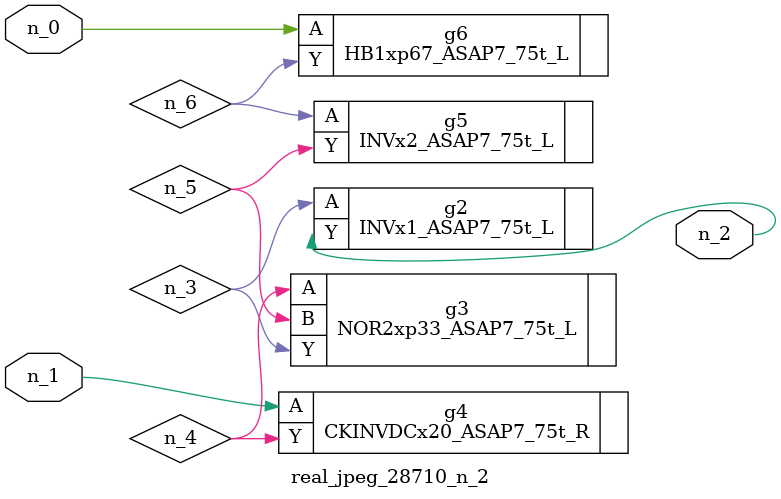
<source format=v>
module real_jpeg_28710_n_2 (n_1, n_0, n_2);

input n_1;
input n_0;

output n_2;

wire n_5;
wire n_4;
wire n_6;
wire n_3;

HB1xp67_ASAP7_75t_L g6 ( 
.A(n_0),
.Y(n_6)
);

CKINVDCx20_ASAP7_75t_R g4 ( 
.A(n_1),
.Y(n_4)
);

INVx1_ASAP7_75t_L g2 ( 
.A(n_3),
.Y(n_2)
);

NOR2xp33_ASAP7_75t_L g3 ( 
.A(n_4),
.B(n_5),
.Y(n_3)
);

INVx2_ASAP7_75t_L g5 ( 
.A(n_6),
.Y(n_5)
);


endmodule
</source>
